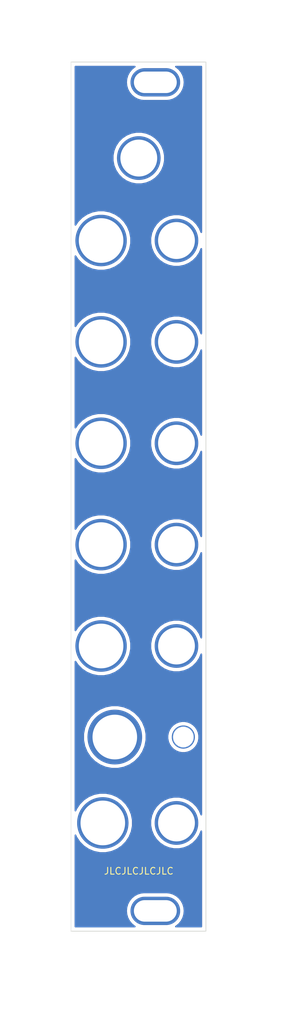
<source format=kicad_pcb>
(kicad_pcb (version 20171130) (host pcbnew "(5.1.5-0)")

  (general
    (thickness 1.6)
    (drawings 19)
    (tracks 0)
    (zones 0)
    (modules 17)
    (nets 1)
  )

  (page A4)
  (layers
    (0 F.Cu signal)
    (31 B.Cu signal)
    (32 B.Adhes user)
    (33 F.Adhes user)
    (34 B.Paste user)
    (35 F.Paste user)
    (36 B.SilkS user)
    (37 F.SilkS user)
    (38 B.Mask user)
    (39 F.Mask user)
    (40 Dwgs.User user)
    (41 Cmts.User user)
    (42 Eco1.User user)
    (43 Eco2.User user)
    (44 Edge.Cuts user)
    (45 Margin user)
    (46 B.CrtYd user)
    (47 F.CrtYd user)
    (48 B.Fab user)
    (49 F.Fab user)
  )

  (setup
    (last_trace_width 0.25)
    (user_trace_width 0.25)
    (user_trace_width 0.5)
    (user_trace_width 1)
    (trace_clearance 0.2)
    (zone_clearance 0.508)
    (zone_45_only no)
    (trace_min 0.2)
    (via_size 0.8)
    (via_drill 0.4)
    (via_min_size 0.4)
    (via_min_drill 0.3)
    (uvia_size 0.3)
    (uvia_drill 0.1)
    (uvias_allowed no)
    (uvia_min_size 0.2)
    (uvia_min_drill 0.1)
    (edge_width 0.05)
    (segment_width 0.2)
    (pcb_text_width 0.3)
    (pcb_text_size 1.5 1.5)
    (mod_edge_width 0.12)
    (mod_text_size 1 1)
    (mod_text_width 0.15)
    (pad_size 1.524 1.524)
    (pad_drill 0.762)
    (pad_to_mask_clearance 0.051)
    (solder_mask_min_width 0.25)
    (aux_axis_origin 0 0)
    (visible_elements FFFFFF7F)
    (pcbplotparams
      (layerselection 0x010f0_ffffffff)
      (usegerberextensions false)
      (usegerberattributes false)
      (usegerberadvancedattributes false)
      (creategerberjobfile false)
      (excludeedgelayer true)
      (linewidth 0.100000)
      (plotframeref false)
      (viasonmask false)
      (mode 1)
      (useauxorigin false)
      (hpglpennumber 1)
      (hpglpenspeed 20)
      (hpglpendiameter 15.000000)
      (psnegative false)
      (psa4output false)
      (plotreference true)
      (plotvalue false)
      (plotinvisibletext false)
      (padsonsilk true)
      (subtractmaskfromsilk false)
      (outputformat 1)
      (mirror false)
      (drillshape 0)
      (scaleselection 1)
      (outputdirectory "./gerber_panel"))
  )

  (net 0 "")

  (net_class Default "これはデフォルトのネット クラスです。"
    (clearance 0.2)
    (trace_width 0.25)
    (via_dia 0.8)
    (via_drill 0.4)
    (uvia_dia 0.3)
    (uvia_drill 0.1)
  )

  (module 4ms_Faceplate:Faceplate_Hole_SubMini_Toggle_HoleSize5.5mm (layer F.Cu) (tedit 5DAE1CA7) (tstamp 600F0B7E)
    (at 130.048 44.45)
    (fp_text reference REF** (at 0.12 5.23) (layer F.Fab) hide
      (effects (font (size 1 1) (thickness 0.15)))
    )
    (fp_text value Faceplate_Hole_SubMini_Toggle_HoleSize5.5mm (at 0.32 3.74) (layer F.Fab) hide
      (effects (font (size 1 1) (thickness 0.15)))
    )
    (fp_line (start -0.508 0) (end 0.508 0) (layer F.Fab) (width 0.15))
    (fp_line (start 0 -0.508) (end 0 0.508) (layer F.Fab) (width 0.15))
    (pad 1 thru_hole circle (at 0 0) (size 6.469 6.469) (drill 5.453) (layers *.Cu *.Mask))
  )

  (module 4ms_Faceplate:Faceplate_Hole_Jack_3.5mm locked (layer F.Cu) (tedit 5A7E50AF) (tstamp 600F0A56)
    (at 124.46 56.642)
    (fp_text reference REF** (at 0.41 4.84) (layer F.Fab) hide
      (effects (font (size 1 1) (thickness 0.15)))
    )
    (fp_text value GND (at 0.27 6.16) (layer F.Fab) hide
      (effects (font (size 1 1) (thickness 0.15)))
    )
    (fp_line (start 0 -0.508) (end 0 0.508) (layer F.Fab) (width 0.15))
    (fp_line (start -0.508 0) (end 0.508 0) (layer F.Fab) (width 0.15))
    (pad 1 thru_hole circle (at 0 0) (size 7.62 7.62) (drill 6.604) (layers *.Cu *.Mask))
  )

  (module 4ms_Faceplate:Faceplate_Hole_Jack_3.5mm locked (layer F.Cu) (tedit 5A7E50AF) (tstamp 600F0A37)
    (at 124.46 71.628)
    (fp_text reference REF** (at 0.41 4.84) (layer F.Fab) hide
      (effects (font (size 1 1) (thickness 0.15)))
    )
    (fp_text value GND (at 0.27 6.16) (layer F.Fab) hide
      (effects (font (size 1 1) (thickness 0.15)))
    )
    (fp_line (start 0 -0.508) (end 0 0.508) (layer F.Fab) (width 0.15))
    (fp_line (start -0.508 0) (end 0.508 0) (layer F.Fab) (width 0.15))
    (pad 1 thru_hole circle (at 0 0) (size 7.62 7.62) (drill 6.604) (layers *.Cu *.Mask))
  )

  (module 4ms_Faceplate:Faceplate_Hole_Jack_3.5mm locked (layer F.Cu) (tedit 5A7E50AF) (tstamp 600F0A18)
    (at 124.46 86.614)
    (fp_text reference REF** (at 0.41 4.84) (layer F.Fab) hide
      (effects (font (size 1 1) (thickness 0.15)))
    )
    (fp_text value GND (at 0.27 6.16) (layer F.Fab) hide
      (effects (font (size 1 1) (thickness 0.15)))
    )
    (fp_line (start 0 -0.508) (end 0 0.508) (layer F.Fab) (width 0.15))
    (fp_line (start -0.508 0) (end 0.508 0) (layer F.Fab) (width 0.15))
    (pad 1 thru_hole circle (at 0 0) (size 7.62 7.62) (drill 6.604) (layers *.Cu *.Mask))
  )

  (module 4ms_Faceplate:Faceplate_Hole_Jack_3.5mm locked (layer F.Cu) (tedit 5A7E50AF) (tstamp 600F09F9)
    (at 124.46 101.6)
    (fp_text reference REF** (at 0.41 4.84) (layer F.Fab) hide
      (effects (font (size 1 1) (thickness 0.15)))
    )
    (fp_text value GND (at 0.27 6.16) (layer F.Fab) hide
      (effects (font (size 1 1) (thickness 0.15)))
    )
    (fp_line (start 0 -0.508) (end 0 0.508) (layer F.Fab) (width 0.15))
    (fp_line (start -0.508 0) (end 0.508 0) (layer F.Fab) (width 0.15))
    (pad 1 thru_hole circle (at 0 0) (size 7.62 7.62) (drill 6.604) (layers *.Cu *.Mask))
  )

  (module 4ms_Faceplate:Faceplate_Hole_Jack_3.5mm locked (layer F.Cu) (tedit 5A7E50AF) (tstamp 600F09DA)
    (at 124.714 142.748)
    (fp_text reference REF** (at 0.41 4.84) (layer F.Fab) hide
      (effects (font (size 1 1) (thickness 0.15)))
    )
    (fp_text value GND (at 0.27 6.16) (layer F.Fab) hide
      (effects (font (size 1 1) (thickness 0.15)))
    )
    (fp_line (start 0 -0.508) (end 0 0.508) (layer F.Fab) (width 0.15))
    (fp_line (start -0.508 0) (end 0.508 0) (layer F.Fab) (width 0.15))
    (pad 1 thru_hole circle (at 0 0) (size 7.62 7.62) (drill 6.604) (layers *.Cu *.Mask))
  )

  (module 4ms_Faceplate:Faceplate_Hole_Jack_3.5mm_Copper8mm locked (layer F.Cu) (tedit 5DAE1E51) (tstamp 600F09AF)
    (at 126.492 130.048)
    (fp_text reference REF** (at 0.41 4.84) (layer F.Fab) hide
      (effects (font (size 1 1) (thickness 0.15)))
    )
    (fp_text value Faceplate_Hole_Jack_3.5mm_Copper8mm (at 0.27 6.16) (layer F.Fab) hide
      (effects (font (size 1 1) (thickness 0.15)))
    )
    (fp_line (start 0 -0.508) (end 0 0.508) (layer F.Fab) (width 0.15))
    (fp_line (start -0.508 0) (end 0.508 0) (layer F.Fab) (width 0.15))
    (pad 1 thru_hole circle (at 0 0) (size 8.1 8.1) (drill 6.604) (layers *.Cu *.Mask))
  )

  (module 4ms_Faceplate:Faceplate_Hole_Jack_3.5mm locked (layer F.Cu) (tedit 5A7E50AF) (tstamp 600F0984)
    (at 124.46 116.586)
    (fp_text reference REF** (at 0.41 4.84) (layer F.Fab) hide
      (effects (font (size 1 1) (thickness 0.15)))
    )
    (fp_text value GND (at 0.27 6.16) (layer F.Fab) hide
      (effects (font (size 1 1) (thickness 0.15)))
    )
    (fp_line (start 0 -0.508) (end 0 0.508) (layer F.Fab) (width 0.15))
    (fp_line (start -0.508 0) (end 0.508 0) (layer F.Fab) (width 0.15))
    (pad 1 thru_hole circle (at 0 0) (size 7.62 7.62) (drill 6.604) (layers *.Cu *.Mask))
  )

  (module 4ms_Faceplate:Faceplate_Hole_LED_3mm (layer F.Cu) (tedit 5AECAFDA) (tstamp 600F0939)
    (at 136.652 130.048)
    (fp_text reference REF** (at 0 3.937) (layer F.Fab) hide
      (effects (font (size 1 1) (thickness 0.15)))
    )
    (fp_text value Faceplate_Hole_LED_3mm (at 0.09 2.46) (layer F.Fab) hide
      (effects (font (size 1 1) (thickness 0.15)))
    )
    (fp_line (start 0 -0.508) (end 0 0.508) (layer F.Fab) (width 0.15))
    (fp_line (start -0.508 0) (end 0.508 0) (layer F.Fab) (width 0.15))
    (pad 1 thru_hole circle (at 0 0 90) (size 3.429 3.429) (drill 3.048) (layers *.Cu *.Mask))
  )

  (module 4ms_Faceplate:Faceplate_Hole_SubMini_Toggle_HoleSize5.5mm (layer F.Cu) (tedit 5DAE1CA7) (tstamp 600F08B8)
    (at 135.636 142.748)
    (fp_text reference REF** (at 0.12 5.23) (layer F.Fab) hide
      (effects (font (size 1 1) (thickness 0.15)))
    )
    (fp_text value Faceplate_Hole_SubMini_Toggle_HoleSize5.5mm (at 0.32 3.74) (layer F.Fab) hide
      (effects (font (size 1 1) (thickness 0.15)))
    )
    (fp_line (start -0.508 0) (end 0.508 0) (layer F.Fab) (width 0.15))
    (fp_line (start 0 -0.508) (end 0 0.508) (layer F.Fab) (width 0.15))
    (pad 1 thru_hole circle (at 0 0) (size 6.469 6.469) (drill 5.453) (layers *.Cu *.Mask))
  )

  (module 4ms_Faceplate:Faceplate_Hole_SubMini_Toggle_HoleSize5.5mm (layer F.Cu) (tedit 5DAE1CA7) (tstamp 600F0899)
    (at 135.636 116.586)
    (fp_text reference REF** (at 0.12 5.23) (layer F.Fab) hide
      (effects (font (size 1 1) (thickness 0.15)))
    )
    (fp_text value Faceplate_Hole_SubMini_Toggle_HoleSize5.5mm (at 0.32 3.74) (layer F.Fab) hide
      (effects (font (size 1 1) (thickness 0.15)))
    )
    (fp_line (start -0.508 0) (end 0.508 0) (layer F.Fab) (width 0.15))
    (fp_line (start 0 -0.508) (end 0 0.508) (layer F.Fab) (width 0.15))
    (pad 1 thru_hole circle (at 0 0) (size 6.469 6.469) (drill 5.453) (layers *.Cu *.Mask))
  )

  (module 4ms_Faceplate:Faceplate_Hole_SubMini_Toggle_HoleSize5.5mm (layer F.Cu) (tedit 5DAE1CA7) (tstamp 600F087A)
    (at 135.636 101.6)
    (fp_text reference REF** (at 0.12 5.23) (layer F.Fab) hide
      (effects (font (size 1 1) (thickness 0.15)))
    )
    (fp_text value Faceplate_Hole_SubMini_Toggle_HoleSize5.5mm (at 0.32 3.74) (layer F.Fab) hide
      (effects (font (size 1 1) (thickness 0.15)))
    )
    (fp_line (start -0.508 0) (end 0.508 0) (layer F.Fab) (width 0.15))
    (fp_line (start 0 -0.508) (end 0 0.508) (layer F.Fab) (width 0.15))
    (pad 1 thru_hole circle (at 0 0) (size 6.469 6.469) (drill 5.453) (layers *.Cu *.Mask))
  )

  (module 4ms_Faceplate:Faceplate_Hole_SubMini_Toggle_HoleSize5.5mm (layer F.Cu) (tedit 5DAE1CA7) (tstamp 600F085B)
    (at 135.636 86.614)
    (fp_text reference REF** (at 0.12 5.23) (layer F.Fab) hide
      (effects (font (size 1 1) (thickness 0.15)))
    )
    (fp_text value Faceplate_Hole_SubMini_Toggle_HoleSize5.5mm (at 0.32 3.74) (layer F.Fab) hide
      (effects (font (size 1 1) (thickness 0.15)))
    )
    (fp_line (start -0.508 0) (end 0.508 0) (layer F.Fab) (width 0.15))
    (fp_line (start 0 -0.508) (end 0 0.508) (layer F.Fab) (width 0.15))
    (pad 1 thru_hole circle (at 0 0) (size 6.469 6.469) (drill 5.453) (layers *.Cu *.Mask))
  )

  (module 4ms_Faceplate:Faceplate_Hole_SubMini_Toggle_HoleSize5.5mm (layer F.Cu) (tedit 5DAE1CA7) (tstamp 600F083C)
    (at 135.636 71.628)
    (fp_text reference REF** (at 0.12 5.23) (layer F.Fab) hide
      (effects (font (size 1 1) (thickness 0.15)))
    )
    (fp_text value Faceplate_Hole_SubMini_Toggle_HoleSize5.5mm (at 0.32 3.74) (layer F.Fab) hide
      (effects (font (size 1 1) (thickness 0.15)))
    )
    (fp_line (start -0.508 0) (end 0.508 0) (layer F.Fab) (width 0.15))
    (fp_line (start 0 -0.508) (end 0 0.508) (layer F.Fab) (width 0.15))
    (pad 1 thru_hole circle (at 0 0) (size 6.469 6.469) (drill 5.453) (layers *.Cu *.Mask))
  )

  (module 4ms_Faceplate:Faceplate_Hole_SubMini_Toggle_HoleSize5.5mm (layer F.Cu) (tedit 5DAE1CA7) (tstamp 600F081D)
    (at 135.636 56.642)
    (fp_text reference REF** (at 0.12 5.23) (layer F.Fab) hide
      (effects (font (size 1 1) (thickness 0.15)))
    )
    (fp_text value Faceplate_Hole_SubMini_Toggle_HoleSize5.5mm (at 0.32 3.74) (layer F.Fab) hide
      (effects (font (size 1 1) (thickness 0.15)))
    )
    (fp_line (start -0.508 0) (end 0.508 0) (layer F.Fab) (width 0.15))
    (fp_line (start 0 -0.508) (end 0 0.508) (layer F.Fab) (width 0.15))
    (pad 1 thru_hole circle (at 0 0) (size 6.469 6.469) (drill 5.453) (layers *.Cu *.Mask))
  )

  (module 4ms_Faceplate:Faceplate_Rail_Mount_Slot_Plated (layer F.Cu) (tedit 5E9DFB36) (tstamp 600F0690)
    (at 132.5 155.75)
    (fp_text reference REF** (at 0 3.937) (layer F.Fab) hide
      (effects (font (size 1 1) (thickness 0.15)))
    )
    (fp_text value Faceplate_Rail_Mount_Slot_Plated (at 0.09 2.46) (layer F.Fab) hide
      (effects (font (size 1 1) (thickness 0.15)))
    )
    (fp_line (start -0.508 0) (end 0.508 0) (layer F.Fab) (width 0.15))
    (fp_line (start 0 -0.508) (end 0 0.508) (layer F.Fab) (width 0.15))
    (pad 1 thru_hole oval (at 0 0) (size 7.366 4.191) (drill oval 6.35 3.175) (layers *.Cu *.Mask))
  )

  (module 4ms_Faceplate:Faceplate_Rail_Mount_Slot_Plated (layer F.Cu) (tedit 5E9DFB36) (tstamp 600F0671)
    (at 132.5 33.25)
    (fp_text reference REF** (at 0 3.937) (layer F.Fab) hide
      (effects (font (size 1 1) (thickness 0.15)))
    )
    (fp_text value Faceplate_Rail_Mount_Slot_Plated (at 0.09 2.46) (layer F.Fab) hide
      (effects (font (size 1 1) (thickness 0.15)))
    )
    (fp_line (start -0.508 0) (end 0.508 0) (layer F.Fab) (width 0.15))
    (fp_line (start 0 -0.508) (end 0 0.508) (layer F.Fab) (width 0.15))
    (pad 1 thru_hole oval (at 0 0) (size 7.366 4.191) (drill oval 6.35 3.175) (layers *.Cu *.Mask))
  )

  (gr_text JLCJLCJLCJLC (at 130.048 149.86) (layer F.SilkS)
    (effects (font (size 1 1) (thickness 0.15)))
  )
  (gr_line (start 120 30.25) (end 120 158.75) (layer Edge.Cuts) (width 0.05))
  (gr_line (start 140 30.25) (end 140 158.75) (layer Edge.Cuts) (width 0.1))
  (gr_circle (center 124.714 142.748) (end 122.936 144.272) (layer Dwgs.User) (width 0.15))
  (gr_circle (center 135.636 142.748) (end 133.858 144.272) (layer Dwgs.User) (width 0.15))
  (gr_circle (center 126.492 130.048) (end 125.222 131.826) (layer Dwgs.User) (width 0.15))
  (gr_circle (center 136.652 130.048) (end 135.382 131.572) (layer Dwgs.User) (width 0.15))
  (gr_circle (center 135.636 116.586) (end 133.858 118.11) (layer Dwgs.User) (width 0.15))
  (gr_circle (center 124.46 116.586) (end 122.682 118.11) (layer Dwgs.User) (width 0.15))
  (gr_circle (center 124.46 101.6) (end 122.682 103.124) (layer Dwgs.User) (width 0.15))
  (gr_circle (center 135.636 101.854) (end 133.35 102.616) (layer Dwgs.User) (width 0.15))
  (gr_circle (center 124.46 86.614) (end 122.682 88.138) (layer Dwgs.User) (width 0.15))
  (gr_circle (center 135.636 86.614) (end 133.604 87.884) (layer Dwgs.User) (width 0.15))
  (gr_circle (center 124.46 71.628) (end 122.682 73.152) (layer Dwgs.User) (width 0.15))
  (gr_circle (center 135.636 71.628) (end 133.604 72.898) (layer Dwgs.User) (width 0.15))
  (gr_circle (center 124.46 56.642) (end 122.682 58.166) (layer Dwgs.User) (width 0.15))
  (gr_circle (center 135.636 56.642) (end 133.858 58.166) (layer Dwgs.User) (width 0.15))
  (gr_line (start 120 30.25) (end 140 30.25) (layer Edge.Cuts) (width 0.1))
  (gr_line (start 140 158.75) (end 120 158.75) (layer Edge.Cuts) (width 0.1))

  (zone (net 0) (net_name "") (layer F.Cu) (tstamp 600F0C6F) (hatch edge 0.508)
    (connect_pads (clearance 0.508))
    (min_thickness 0.254)
    (fill yes (arc_segments 32) (thermal_gap 0.508) (thermal_bridge_width 0.508))
    (polygon
      (pts
        (xy 151.13 172.466) (xy 109.728 172.466) (xy 109.474 21.082) (xy 150.622 22.352)
      )
    )
    (filled_polygon
      (pts
        (xy 129.388176 30.968688) (xy 128.972403 31.309903) (xy 128.631188 31.725676) (xy 128.377642 32.200027) (xy 128.221509 32.714729)
        (xy 128.168789 33.25) (xy 128.221509 33.785271) (xy 128.377642 34.299973) (xy 128.631188 34.774324) (xy 128.972403 35.190097)
        (xy 129.388176 35.531312) (xy 129.862527 35.784858) (xy 130.377229 35.940991) (xy 130.778368 35.9805) (xy 134.221632 35.9805)
        (xy 134.622771 35.940991) (xy 135.137473 35.784858) (xy 135.611824 35.531312) (xy 136.027597 35.190097) (xy 136.368812 34.774324)
        (xy 136.622358 34.299973) (xy 136.778491 33.785271) (xy 136.831211 33.25) (xy 136.778491 32.714729) (xy 136.622358 32.200027)
        (xy 136.368812 31.725676) (xy 136.027597 31.309903) (xy 135.611824 30.968688) (xy 135.548798 30.935) (xy 139.315 30.935)
        (xy 139.315 55.412401) (xy 139.065107 54.809104) (xy 138.641637 54.175337) (xy 138.102663 53.636363) (xy 137.468896 53.212893)
        (xy 136.764692 52.921203) (xy 136.017112 52.7725) (xy 135.254888 52.7725) (xy 134.507308 52.921203) (xy 133.803104 53.212893)
        (xy 133.169337 53.636363) (xy 132.630363 54.175337) (xy 132.206893 54.809104) (xy 131.915203 55.513308) (xy 131.7665 56.260888)
        (xy 131.7665 57.023112) (xy 131.915203 57.770692) (xy 132.206893 58.474896) (xy 132.630363 59.108663) (xy 133.169337 59.647637)
        (xy 133.803104 60.071107) (xy 134.507308 60.362797) (xy 135.254888 60.5115) (xy 136.017112 60.5115) (xy 136.764692 60.362797)
        (xy 137.468896 60.071107) (xy 138.102663 59.647637) (xy 138.641637 59.108663) (xy 139.065107 58.474896) (xy 139.315 57.871599)
        (xy 139.315 70.398402) (xy 139.065107 69.795104) (xy 138.641637 69.161337) (xy 138.102663 68.622363) (xy 137.468896 68.198893)
        (xy 136.764692 67.907203) (xy 136.017112 67.7585) (xy 135.254888 67.7585) (xy 134.507308 67.907203) (xy 133.803104 68.198893)
        (xy 133.169337 68.622363) (xy 132.630363 69.161337) (xy 132.206893 69.795104) (xy 131.915203 70.499308) (xy 131.7665 71.246888)
        (xy 131.7665 72.009112) (xy 131.915203 72.756692) (xy 132.206893 73.460896) (xy 132.630363 74.094663) (xy 133.169337 74.633637)
        (xy 133.803104 75.057107) (xy 134.507308 75.348797) (xy 135.254888 75.4975) (xy 136.017112 75.4975) (xy 136.764692 75.348797)
        (xy 137.468896 75.057107) (xy 138.102663 74.633637) (xy 138.641637 74.094663) (xy 139.065107 73.460896) (xy 139.315 72.857598)
        (xy 139.315 85.384402) (xy 139.065107 84.781104) (xy 138.641637 84.147337) (xy 138.102663 83.608363) (xy 137.468896 83.184893)
        (xy 136.764692 82.893203) (xy 136.017112 82.7445) (xy 135.254888 82.7445) (xy 134.507308 82.893203) (xy 133.803104 83.184893)
        (xy 133.169337 83.608363) (xy 132.630363 84.147337) (xy 132.206893 84.781104) (xy 131.915203 85.485308) (xy 131.7665 86.232888)
        (xy 131.7665 86.995112) (xy 131.915203 87.742692) (xy 132.206893 88.446896) (xy 132.630363 89.080663) (xy 133.169337 89.619637)
        (xy 133.803104 90.043107) (xy 134.507308 90.334797) (xy 135.254888 90.4835) (xy 136.017112 90.4835) (xy 136.764692 90.334797)
        (xy 137.468896 90.043107) (xy 138.102663 89.619637) (xy 138.641637 89.080663) (xy 139.065107 88.446896) (xy 139.315 87.843598)
        (xy 139.315001 100.370402) (xy 139.065107 99.767104) (xy 138.641637 99.133337) (xy 138.102663 98.594363) (xy 137.468896 98.170893)
        (xy 136.764692 97.879203) (xy 136.017112 97.7305) (xy 135.254888 97.7305) (xy 134.507308 97.879203) (xy 133.803104 98.170893)
        (xy 133.169337 98.594363) (xy 132.630363 99.133337) (xy 132.206893 99.767104) (xy 131.915203 100.471308) (xy 131.7665 101.218888)
        (xy 131.7665 101.981112) (xy 131.915203 102.728692) (xy 132.206893 103.432896) (xy 132.630363 104.066663) (xy 133.169337 104.605637)
        (xy 133.803104 105.029107) (xy 134.507308 105.320797) (xy 135.254888 105.4695) (xy 136.017112 105.4695) (xy 136.764692 105.320797)
        (xy 137.468896 105.029107) (xy 138.102663 104.605637) (xy 138.641637 104.066663) (xy 139.065107 103.432896) (xy 139.315001 102.829598)
        (xy 139.315001 115.356402) (xy 139.065107 114.753104) (xy 138.641637 114.119337) (xy 138.102663 113.580363) (xy 137.468896 113.156893)
        (xy 136.764692 112.865203) (xy 136.017112 112.7165) (xy 135.254888 112.7165) (xy 134.507308 112.865203) (xy 133.803104 113.156893)
        (xy 133.169337 113.580363) (xy 132.630363 114.119337) (xy 132.206893 114.753104) (xy 131.915203 115.457308) (xy 131.7665 116.204888)
        (xy 131.7665 116.967112) (xy 131.915203 117.714692) (xy 132.206893 118.418896) (xy 132.630363 119.052663) (xy 133.169337 119.591637)
        (xy 133.803104 120.015107) (xy 134.507308 120.306797) (xy 135.254888 120.4555) (xy 136.017112 120.4555) (xy 136.764692 120.306797)
        (xy 137.468896 120.015107) (xy 138.102663 119.591637) (xy 138.641637 119.052663) (xy 139.065107 118.418896) (xy 139.315001 117.815598)
        (xy 139.315001 141.518403) (xy 139.065107 140.915104) (xy 138.641637 140.281337) (xy 138.102663 139.742363) (xy 137.468896 139.318893)
        (xy 136.764692 139.027203) (xy 136.017112 138.8785) (xy 135.254888 138.8785) (xy 134.507308 139.027203) (xy 133.803104 139.318893)
        (xy 133.169337 139.742363) (xy 132.630363 140.281337) (xy 132.206893 140.915104) (xy 131.915203 141.619308) (xy 131.7665 142.366888)
        (xy 131.7665 143.129112) (xy 131.915203 143.876692) (xy 132.206893 144.580896) (xy 132.630363 145.214663) (xy 133.169337 145.753637)
        (xy 133.803104 146.177107) (xy 134.507308 146.468797) (xy 135.254888 146.6175) (xy 136.017112 146.6175) (xy 136.764692 146.468797)
        (xy 137.468896 146.177107) (xy 138.102663 145.753637) (xy 138.641637 145.214663) (xy 139.065107 144.580896) (xy 139.315001 143.977597)
        (xy 139.315001 158.065) (xy 135.548798 158.065) (xy 135.611824 158.031312) (xy 136.027597 157.690097) (xy 136.368812 157.274324)
        (xy 136.622358 156.799973) (xy 136.778491 156.285271) (xy 136.831211 155.75) (xy 136.778491 155.214729) (xy 136.622358 154.700027)
        (xy 136.368812 154.225676) (xy 136.027597 153.809903) (xy 135.611824 153.468688) (xy 135.137473 153.215142) (xy 134.622771 153.059009)
        (xy 134.221632 153.0195) (xy 130.778368 153.0195) (xy 130.377229 153.059009) (xy 129.862527 153.215142) (xy 129.388176 153.468688)
        (xy 128.972403 153.809903) (xy 128.631188 154.225676) (xy 128.377642 154.700027) (xy 128.221509 155.214729) (xy 128.168789 155.75)
        (xy 128.221509 156.285271) (xy 128.377642 156.799973) (xy 128.631188 157.274324) (xy 128.972403 157.690097) (xy 129.388176 158.031312)
        (xy 129.451202 158.065) (xy 120.66 158.065) (xy 120.66 144.576123) (xy 120.774892 144.853497) (xy 121.261343 145.581522)
        (xy 121.880478 146.200657) (xy 122.608503 146.687108) (xy 123.417441 147.022181) (xy 124.276206 147.193) (xy 125.151794 147.193)
        (xy 126.010559 147.022181) (xy 126.819497 146.687108) (xy 127.547522 146.200657) (xy 128.166657 145.581522) (xy 128.653108 144.853497)
        (xy 128.988181 144.044559) (xy 129.159 143.185794) (xy 129.159 142.310206) (xy 128.988181 141.451441) (xy 128.653108 140.642503)
        (xy 128.166657 139.914478) (xy 127.547522 139.295343) (xy 126.819497 138.808892) (xy 126.010559 138.473819) (xy 125.151794 138.303)
        (xy 124.276206 138.303) (xy 123.417441 138.473819) (xy 122.608503 138.808892) (xy 121.880478 139.295343) (xy 121.261343 139.914478)
        (xy 120.774892 140.642503) (xy 120.66 140.919877) (xy 120.66 129.586568) (xy 121.807 129.586568) (xy 121.807 130.509432)
        (xy 121.987042 131.414564) (xy 122.340207 132.26718) (xy 122.852923 133.034514) (xy 123.505486 133.687077) (xy 124.27282 134.199793)
        (xy 125.125436 134.552958) (xy 126.030568 134.733) (xy 126.953432 134.733) (xy 127.858564 134.552958) (xy 128.71118 134.199793)
        (xy 129.478514 133.687077) (xy 130.131077 133.034514) (xy 130.643793 132.26718) (xy 130.996958 131.414564) (xy 131.177 130.509432)
        (xy 131.177 129.816594) (xy 134.3025 129.816594) (xy 134.3025 130.279406) (xy 134.39279 130.733324) (xy 134.5699 131.160905)
        (xy 134.827024 131.545719) (xy 135.154281 131.872976) (xy 135.539095 132.1301) (xy 135.966676 132.30721) (xy 136.420594 132.3975)
        (xy 136.883406 132.3975) (xy 137.337324 132.30721) (xy 137.764905 132.1301) (xy 138.149719 131.872976) (xy 138.476976 131.545719)
        (xy 138.7341 131.160905) (xy 138.91121 130.733324) (xy 139.0015 130.279406) (xy 139.0015 129.816594) (xy 138.91121 129.362676)
        (xy 138.7341 128.935095) (xy 138.476976 128.550281) (xy 138.149719 128.223024) (xy 137.764905 127.9659) (xy 137.337324 127.78879)
        (xy 136.883406 127.6985) (xy 136.420594 127.6985) (xy 135.966676 127.78879) (xy 135.539095 127.9659) (xy 135.154281 128.223024)
        (xy 134.827024 128.550281) (xy 134.5699 128.935095) (xy 134.39279 129.362676) (xy 134.3025 129.816594) (xy 131.177 129.816594)
        (xy 131.177 129.586568) (xy 130.996958 128.681436) (xy 130.643793 127.82882) (xy 130.131077 127.061486) (xy 129.478514 126.408923)
        (xy 128.71118 125.896207) (xy 127.858564 125.543042) (xy 126.953432 125.363) (xy 126.030568 125.363) (xy 125.125436 125.543042)
        (xy 124.27282 125.896207) (xy 123.505486 126.408923) (xy 122.852923 127.061486) (xy 122.340207 127.82882) (xy 121.987042 128.681436)
        (xy 121.807 129.586568) (xy 120.66 129.586568) (xy 120.66 118.899687) (xy 121.007343 119.419522) (xy 121.626478 120.038657)
        (xy 122.354503 120.525108) (xy 123.163441 120.860181) (xy 124.022206 121.031) (xy 124.897794 121.031) (xy 125.756559 120.860181)
        (xy 126.565497 120.525108) (xy 127.293522 120.038657) (xy 127.912657 119.419522) (xy 128.399108 118.691497) (xy 128.734181 117.882559)
        (xy 128.905 117.023794) (xy 128.905 116.148206) (xy 128.734181 115.289441) (xy 128.399108 114.480503) (xy 127.912657 113.752478)
        (xy 127.293522 113.133343) (xy 126.565497 112.646892) (xy 125.756559 112.311819) (xy 124.897794 112.141) (xy 124.022206 112.141)
        (xy 123.163441 112.311819) (xy 122.354503 112.646892) (xy 121.626478 113.133343) (xy 121.007343 113.752478) (xy 120.66 114.272313)
        (xy 120.66 103.913687) (xy 121.007343 104.433522) (xy 121.626478 105.052657) (xy 122.354503 105.539108) (xy 123.163441 105.874181)
        (xy 124.022206 106.045) (xy 124.897794 106.045) (xy 125.756559 105.874181) (xy 126.565497 105.539108) (xy 127.293522 105.052657)
        (xy 127.912657 104.433522) (xy 128.399108 103.705497) (xy 128.734181 102.896559) (xy 128.905 102.037794) (xy 128.905 101.162206)
        (xy 128.734181 100.303441) (xy 128.399108 99.494503) (xy 127.912657 98.766478) (xy 127.293522 98.147343) (xy 126.565497 97.660892)
        (xy 125.756559 97.325819) (xy 124.897794 97.155) (xy 124.022206 97.155) (xy 123.163441 97.325819) (xy 122.354503 97.660892)
        (xy 121.626478 98.147343) (xy 121.007343 98.766478) (xy 120.66 99.286313) (xy 120.66 88.927687) (xy 121.007343 89.447522)
        (xy 121.626478 90.066657) (xy 122.354503 90.553108) (xy 123.163441 90.888181) (xy 124.022206 91.059) (xy 124.897794 91.059)
        (xy 125.756559 90.888181) (xy 126.565497 90.553108) (xy 127.293522 90.066657) (xy 127.912657 89.447522) (xy 128.399108 88.719497)
        (xy 128.734181 87.910559) (xy 128.905 87.051794) (xy 128.905 86.176206) (xy 128.734181 85.317441) (xy 128.399108 84.508503)
        (xy 127.912657 83.780478) (xy 127.293522 83.161343) (xy 126.565497 82.674892) (xy 125.756559 82.339819) (xy 124.897794 82.169)
        (xy 124.022206 82.169) (xy 123.163441 82.339819) (xy 122.354503 82.674892) (xy 121.626478 83.161343) (xy 121.007343 83.780478)
        (xy 120.66 84.300313) (xy 120.66 73.941687) (xy 121.007343 74.461522) (xy 121.626478 75.080657) (xy 122.354503 75.567108)
        (xy 123.163441 75.902181) (xy 124.022206 76.073) (xy 124.897794 76.073) (xy 125.756559 75.902181) (xy 126.565497 75.567108)
        (xy 127.293522 75.080657) (xy 127.912657 74.461522) (xy 128.399108 73.733497) (xy 128.734181 72.924559) (xy 128.905 72.065794)
        (xy 128.905 71.190206) (xy 128.734181 70.331441) (xy 128.399108 69.522503) (xy 127.912657 68.794478) (xy 127.293522 68.175343)
        (xy 126.565497 67.688892) (xy 125.756559 67.353819) (xy 124.897794 67.183) (xy 124.022206 67.183) (xy 123.163441 67.353819)
        (xy 122.354503 67.688892) (xy 121.626478 68.175343) (xy 121.007343 68.794478) (xy 120.66 69.314313) (xy 120.66 58.955687)
        (xy 121.007343 59.475522) (xy 121.626478 60.094657) (xy 122.354503 60.581108) (xy 123.163441 60.916181) (xy 124.022206 61.087)
        (xy 124.897794 61.087) (xy 125.756559 60.916181) (xy 126.565497 60.581108) (xy 127.293522 60.094657) (xy 127.912657 59.475522)
        (xy 128.399108 58.747497) (xy 128.734181 57.938559) (xy 128.905 57.079794) (xy 128.905 56.204206) (xy 128.734181 55.345441)
        (xy 128.399108 54.536503) (xy 127.912657 53.808478) (xy 127.293522 53.189343) (xy 126.565497 52.702892) (xy 125.756559 52.367819)
        (xy 124.897794 52.197) (xy 124.022206 52.197) (xy 123.163441 52.367819) (xy 122.354503 52.702892) (xy 121.626478 53.189343)
        (xy 121.007343 53.808478) (xy 120.66 54.328313) (xy 120.66 44.068888) (xy 126.1785 44.068888) (xy 126.1785 44.831112)
        (xy 126.327203 45.578692) (xy 126.618893 46.282896) (xy 127.042363 46.916663) (xy 127.581337 47.455637) (xy 128.215104 47.879107)
        (xy 128.919308 48.170797) (xy 129.666888 48.3195) (xy 130.429112 48.3195) (xy 131.176692 48.170797) (xy 131.880896 47.879107)
        (xy 132.514663 47.455637) (xy 133.053637 46.916663) (xy 133.477107 46.282896) (xy 133.768797 45.578692) (xy 133.9175 44.831112)
        (xy 133.9175 44.068888) (xy 133.768797 43.321308) (xy 133.477107 42.617104) (xy 133.053637 41.983337) (xy 132.514663 41.444363)
        (xy 131.880896 41.020893) (xy 131.176692 40.729203) (xy 130.429112 40.5805) (xy 129.666888 40.5805) (xy 128.919308 40.729203)
        (xy 128.215104 41.020893) (xy 127.581337 41.444363) (xy 127.042363 41.983337) (xy 126.618893 42.617104) (xy 126.327203 43.321308)
        (xy 126.1785 44.068888) (xy 120.66 44.068888) (xy 120.66 30.935) (xy 129.451202 30.935)
      )
    )
  )
  (zone (net 0) (net_name "") (layer B.Cu) (tstamp 600F0C6C) (hatch edge 0.508)
    (connect_pads (clearance 0.508))
    (min_thickness 0.254)
    (fill yes (arc_segments 32) (thermal_gap 0.508) (thermal_bridge_width 0.508))
    (polygon
      (pts
        (xy 147.32 168.91) (xy 115.062 168.91) (xy 114.808 23.114) (xy 147.32 24.384)
      )
    )
    (filled_polygon
      (pts
        (xy 129.388176 30.968688) (xy 128.972403 31.309903) (xy 128.631188 31.725676) (xy 128.377642 32.200027) (xy 128.221509 32.714729)
        (xy 128.168789 33.25) (xy 128.221509 33.785271) (xy 128.377642 34.299973) (xy 128.631188 34.774324) (xy 128.972403 35.190097)
        (xy 129.388176 35.531312) (xy 129.862527 35.784858) (xy 130.377229 35.940991) (xy 130.778368 35.9805) (xy 134.221632 35.9805)
        (xy 134.622771 35.940991) (xy 135.137473 35.784858) (xy 135.611824 35.531312) (xy 136.027597 35.190097) (xy 136.368812 34.774324)
        (xy 136.622358 34.299973) (xy 136.778491 33.785271) (xy 136.831211 33.25) (xy 136.778491 32.714729) (xy 136.622358 32.200027)
        (xy 136.368812 31.725676) (xy 136.027597 31.309903) (xy 135.611824 30.968688) (xy 135.548798 30.935) (xy 139.315 30.935)
        (xy 139.315 55.412401) (xy 139.065107 54.809104) (xy 138.641637 54.175337) (xy 138.102663 53.636363) (xy 137.468896 53.212893)
        (xy 136.764692 52.921203) (xy 136.017112 52.7725) (xy 135.254888 52.7725) (xy 134.507308 52.921203) (xy 133.803104 53.212893)
        (xy 133.169337 53.636363) (xy 132.630363 54.175337) (xy 132.206893 54.809104) (xy 131.915203 55.513308) (xy 131.7665 56.260888)
        (xy 131.7665 57.023112) (xy 131.915203 57.770692) (xy 132.206893 58.474896) (xy 132.630363 59.108663) (xy 133.169337 59.647637)
        (xy 133.803104 60.071107) (xy 134.507308 60.362797) (xy 135.254888 60.5115) (xy 136.017112 60.5115) (xy 136.764692 60.362797)
        (xy 137.468896 60.071107) (xy 138.102663 59.647637) (xy 138.641637 59.108663) (xy 139.065107 58.474896) (xy 139.315 57.871599)
        (xy 139.315 70.398402) (xy 139.065107 69.795104) (xy 138.641637 69.161337) (xy 138.102663 68.622363) (xy 137.468896 68.198893)
        (xy 136.764692 67.907203) (xy 136.017112 67.7585) (xy 135.254888 67.7585) (xy 134.507308 67.907203) (xy 133.803104 68.198893)
        (xy 133.169337 68.622363) (xy 132.630363 69.161337) (xy 132.206893 69.795104) (xy 131.915203 70.499308) (xy 131.7665 71.246888)
        (xy 131.7665 72.009112) (xy 131.915203 72.756692) (xy 132.206893 73.460896) (xy 132.630363 74.094663) (xy 133.169337 74.633637)
        (xy 133.803104 75.057107) (xy 134.507308 75.348797) (xy 135.254888 75.4975) (xy 136.017112 75.4975) (xy 136.764692 75.348797)
        (xy 137.468896 75.057107) (xy 138.102663 74.633637) (xy 138.641637 74.094663) (xy 139.065107 73.460896) (xy 139.315 72.857598)
        (xy 139.315 85.384402) (xy 139.065107 84.781104) (xy 138.641637 84.147337) (xy 138.102663 83.608363) (xy 137.468896 83.184893)
        (xy 136.764692 82.893203) (xy 136.017112 82.7445) (xy 135.254888 82.7445) (xy 134.507308 82.893203) (xy 133.803104 83.184893)
        (xy 133.169337 83.608363) (xy 132.630363 84.147337) (xy 132.206893 84.781104) (xy 131.915203 85.485308) (xy 131.7665 86.232888)
        (xy 131.7665 86.995112) (xy 131.915203 87.742692) (xy 132.206893 88.446896) (xy 132.630363 89.080663) (xy 133.169337 89.619637)
        (xy 133.803104 90.043107) (xy 134.507308 90.334797) (xy 135.254888 90.4835) (xy 136.017112 90.4835) (xy 136.764692 90.334797)
        (xy 137.468896 90.043107) (xy 138.102663 89.619637) (xy 138.641637 89.080663) (xy 139.065107 88.446896) (xy 139.315 87.843598)
        (xy 139.315001 100.370402) (xy 139.065107 99.767104) (xy 138.641637 99.133337) (xy 138.102663 98.594363) (xy 137.468896 98.170893)
        (xy 136.764692 97.879203) (xy 136.017112 97.7305) (xy 135.254888 97.7305) (xy 134.507308 97.879203) (xy 133.803104 98.170893)
        (xy 133.169337 98.594363) (xy 132.630363 99.133337) (xy 132.206893 99.767104) (xy 131.915203 100.471308) (xy 131.7665 101.218888)
        (xy 131.7665 101.981112) (xy 131.915203 102.728692) (xy 132.206893 103.432896) (xy 132.630363 104.066663) (xy 133.169337 104.605637)
        (xy 133.803104 105.029107) (xy 134.507308 105.320797) (xy 135.254888 105.4695) (xy 136.017112 105.4695) (xy 136.764692 105.320797)
        (xy 137.468896 105.029107) (xy 138.102663 104.605637) (xy 138.641637 104.066663) (xy 139.065107 103.432896) (xy 139.315001 102.829598)
        (xy 139.315001 115.356402) (xy 139.065107 114.753104) (xy 138.641637 114.119337) (xy 138.102663 113.580363) (xy 137.468896 113.156893)
        (xy 136.764692 112.865203) (xy 136.017112 112.7165) (xy 135.254888 112.7165) (xy 134.507308 112.865203) (xy 133.803104 113.156893)
        (xy 133.169337 113.580363) (xy 132.630363 114.119337) (xy 132.206893 114.753104) (xy 131.915203 115.457308) (xy 131.7665 116.204888)
        (xy 131.7665 116.967112) (xy 131.915203 117.714692) (xy 132.206893 118.418896) (xy 132.630363 119.052663) (xy 133.169337 119.591637)
        (xy 133.803104 120.015107) (xy 134.507308 120.306797) (xy 135.254888 120.4555) (xy 136.017112 120.4555) (xy 136.764692 120.306797)
        (xy 137.468896 120.015107) (xy 138.102663 119.591637) (xy 138.641637 119.052663) (xy 139.065107 118.418896) (xy 139.315001 117.815598)
        (xy 139.315001 141.518403) (xy 139.065107 140.915104) (xy 138.641637 140.281337) (xy 138.102663 139.742363) (xy 137.468896 139.318893)
        (xy 136.764692 139.027203) (xy 136.017112 138.8785) (xy 135.254888 138.8785) (xy 134.507308 139.027203) (xy 133.803104 139.318893)
        (xy 133.169337 139.742363) (xy 132.630363 140.281337) (xy 132.206893 140.915104) (xy 131.915203 141.619308) (xy 131.7665 142.366888)
        (xy 131.7665 143.129112) (xy 131.915203 143.876692) (xy 132.206893 144.580896) (xy 132.630363 145.214663) (xy 133.169337 145.753637)
        (xy 133.803104 146.177107) (xy 134.507308 146.468797) (xy 135.254888 146.6175) (xy 136.017112 146.6175) (xy 136.764692 146.468797)
        (xy 137.468896 146.177107) (xy 138.102663 145.753637) (xy 138.641637 145.214663) (xy 139.065107 144.580896) (xy 139.315001 143.977597)
        (xy 139.315001 158.065) (xy 135.548798 158.065) (xy 135.611824 158.031312) (xy 136.027597 157.690097) (xy 136.368812 157.274324)
        (xy 136.622358 156.799973) (xy 136.778491 156.285271) (xy 136.831211 155.75) (xy 136.778491 155.214729) (xy 136.622358 154.700027)
        (xy 136.368812 154.225676) (xy 136.027597 153.809903) (xy 135.611824 153.468688) (xy 135.137473 153.215142) (xy 134.622771 153.059009)
        (xy 134.221632 153.0195) (xy 130.778368 153.0195) (xy 130.377229 153.059009) (xy 129.862527 153.215142) (xy 129.388176 153.468688)
        (xy 128.972403 153.809903) (xy 128.631188 154.225676) (xy 128.377642 154.700027) (xy 128.221509 155.214729) (xy 128.168789 155.75)
        (xy 128.221509 156.285271) (xy 128.377642 156.799973) (xy 128.631188 157.274324) (xy 128.972403 157.690097) (xy 129.388176 158.031312)
        (xy 129.451202 158.065) (xy 120.66 158.065) (xy 120.66 144.576123) (xy 120.774892 144.853497) (xy 121.261343 145.581522)
        (xy 121.880478 146.200657) (xy 122.608503 146.687108) (xy 123.417441 147.022181) (xy 124.276206 147.193) (xy 125.151794 147.193)
        (xy 126.010559 147.022181) (xy 126.819497 146.687108) (xy 127.547522 146.200657) (xy 128.166657 145.581522) (xy 128.653108 144.853497)
        (xy 128.988181 144.044559) (xy 129.159 143.185794) (xy 129.159 142.310206) (xy 128.988181 141.451441) (xy 128.653108 140.642503)
        (xy 128.166657 139.914478) (xy 127.547522 139.295343) (xy 126.819497 138.808892) (xy 126.010559 138.473819) (xy 125.151794 138.303)
        (xy 124.276206 138.303) (xy 123.417441 138.473819) (xy 122.608503 138.808892) (xy 121.880478 139.295343) (xy 121.261343 139.914478)
        (xy 120.774892 140.642503) (xy 120.66 140.919877) (xy 120.66 129.586568) (xy 121.807 129.586568) (xy 121.807 130.509432)
        (xy 121.987042 131.414564) (xy 122.340207 132.26718) (xy 122.852923 133.034514) (xy 123.505486 133.687077) (xy 124.27282 134.199793)
        (xy 125.125436 134.552958) (xy 126.030568 134.733) (xy 126.953432 134.733) (xy 127.858564 134.552958) (xy 128.71118 134.199793)
        (xy 129.478514 133.687077) (xy 130.131077 133.034514) (xy 130.643793 132.26718) (xy 130.996958 131.414564) (xy 131.177 130.509432)
        (xy 131.177 129.816594) (xy 134.3025 129.816594) (xy 134.3025 130.279406) (xy 134.39279 130.733324) (xy 134.5699 131.160905)
        (xy 134.827024 131.545719) (xy 135.154281 131.872976) (xy 135.539095 132.1301) (xy 135.966676 132.30721) (xy 136.420594 132.3975)
        (xy 136.883406 132.3975) (xy 137.337324 132.30721) (xy 137.764905 132.1301) (xy 138.149719 131.872976) (xy 138.476976 131.545719)
        (xy 138.7341 131.160905) (xy 138.91121 130.733324) (xy 139.0015 130.279406) (xy 139.0015 129.816594) (xy 138.91121 129.362676)
        (xy 138.7341 128.935095) (xy 138.476976 128.550281) (xy 138.149719 128.223024) (xy 137.764905 127.9659) (xy 137.337324 127.78879)
        (xy 136.883406 127.6985) (xy 136.420594 127.6985) (xy 135.966676 127.78879) (xy 135.539095 127.9659) (xy 135.154281 128.223024)
        (xy 134.827024 128.550281) (xy 134.5699 128.935095) (xy 134.39279 129.362676) (xy 134.3025 129.816594) (xy 131.177 129.816594)
        (xy 131.177 129.586568) (xy 130.996958 128.681436) (xy 130.643793 127.82882) (xy 130.131077 127.061486) (xy 129.478514 126.408923)
        (xy 128.71118 125.896207) (xy 127.858564 125.543042) (xy 126.953432 125.363) (xy 126.030568 125.363) (xy 125.125436 125.543042)
        (xy 124.27282 125.896207) (xy 123.505486 126.408923) (xy 122.852923 127.061486) (xy 122.340207 127.82882) (xy 121.987042 128.681436)
        (xy 121.807 129.586568) (xy 120.66 129.586568) (xy 120.66 118.899687) (xy 121.007343 119.419522) (xy 121.626478 120.038657)
        (xy 122.354503 120.525108) (xy 123.163441 120.860181) (xy 124.022206 121.031) (xy 124.897794 121.031) (xy 125.756559 120.860181)
        (xy 126.565497 120.525108) (xy 127.293522 120.038657) (xy 127.912657 119.419522) (xy 128.399108 118.691497) (xy 128.734181 117.882559)
        (xy 128.905 117.023794) (xy 128.905 116.148206) (xy 128.734181 115.289441) (xy 128.399108 114.480503) (xy 127.912657 113.752478)
        (xy 127.293522 113.133343) (xy 126.565497 112.646892) (xy 125.756559 112.311819) (xy 124.897794 112.141) (xy 124.022206 112.141)
        (xy 123.163441 112.311819) (xy 122.354503 112.646892) (xy 121.626478 113.133343) (xy 121.007343 113.752478) (xy 120.66 114.272313)
        (xy 120.66 103.913687) (xy 121.007343 104.433522) (xy 121.626478 105.052657) (xy 122.354503 105.539108) (xy 123.163441 105.874181)
        (xy 124.022206 106.045) (xy 124.897794 106.045) (xy 125.756559 105.874181) (xy 126.565497 105.539108) (xy 127.293522 105.052657)
        (xy 127.912657 104.433522) (xy 128.399108 103.705497) (xy 128.734181 102.896559) (xy 128.905 102.037794) (xy 128.905 101.162206)
        (xy 128.734181 100.303441) (xy 128.399108 99.494503) (xy 127.912657 98.766478) (xy 127.293522 98.147343) (xy 126.565497 97.660892)
        (xy 125.756559 97.325819) (xy 124.897794 97.155) (xy 124.022206 97.155) (xy 123.163441 97.325819) (xy 122.354503 97.660892)
        (xy 121.626478 98.147343) (xy 121.007343 98.766478) (xy 120.66 99.286313) (xy 120.66 88.927687) (xy 121.007343 89.447522)
        (xy 121.626478 90.066657) (xy 122.354503 90.553108) (xy 123.163441 90.888181) (xy 124.022206 91.059) (xy 124.897794 91.059)
        (xy 125.756559 90.888181) (xy 126.565497 90.553108) (xy 127.293522 90.066657) (xy 127.912657 89.447522) (xy 128.399108 88.719497)
        (xy 128.734181 87.910559) (xy 128.905 87.051794) (xy 128.905 86.176206) (xy 128.734181 85.317441) (xy 128.399108 84.508503)
        (xy 127.912657 83.780478) (xy 127.293522 83.161343) (xy 126.565497 82.674892) (xy 125.756559 82.339819) (xy 124.897794 82.169)
        (xy 124.022206 82.169) (xy 123.163441 82.339819) (xy 122.354503 82.674892) (xy 121.626478 83.161343) (xy 121.007343 83.780478)
        (xy 120.66 84.300313) (xy 120.66 73.941687) (xy 121.007343 74.461522) (xy 121.626478 75.080657) (xy 122.354503 75.567108)
        (xy 123.163441 75.902181) (xy 124.022206 76.073) (xy 124.897794 76.073) (xy 125.756559 75.902181) (xy 126.565497 75.567108)
        (xy 127.293522 75.080657) (xy 127.912657 74.461522) (xy 128.399108 73.733497) (xy 128.734181 72.924559) (xy 128.905 72.065794)
        (xy 128.905 71.190206) (xy 128.734181 70.331441) (xy 128.399108 69.522503) (xy 127.912657 68.794478) (xy 127.293522 68.175343)
        (xy 126.565497 67.688892) (xy 125.756559 67.353819) (xy 124.897794 67.183) (xy 124.022206 67.183) (xy 123.163441 67.353819)
        (xy 122.354503 67.688892) (xy 121.626478 68.175343) (xy 121.007343 68.794478) (xy 120.66 69.314313) (xy 120.66 58.955687)
        (xy 121.007343 59.475522) (xy 121.626478 60.094657) (xy 122.354503 60.581108) (xy 123.163441 60.916181) (xy 124.022206 61.087)
        (xy 124.897794 61.087) (xy 125.756559 60.916181) (xy 126.565497 60.581108) (xy 127.293522 60.094657) (xy 127.912657 59.475522)
        (xy 128.399108 58.747497) (xy 128.734181 57.938559) (xy 128.905 57.079794) (xy 128.905 56.204206) (xy 128.734181 55.345441)
        (xy 128.399108 54.536503) (xy 127.912657 53.808478) (xy 127.293522 53.189343) (xy 126.565497 52.702892) (xy 125.756559 52.367819)
        (xy 124.897794 52.197) (xy 124.022206 52.197) (xy 123.163441 52.367819) (xy 122.354503 52.702892) (xy 121.626478 53.189343)
        (xy 121.007343 53.808478) (xy 120.66 54.328313) (xy 120.66 44.068888) (xy 126.1785 44.068888) (xy 126.1785 44.831112)
        (xy 126.327203 45.578692) (xy 126.618893 46.282896) (xy 127.042363 46.916663) (xy 127.581337 47.455637) (xy 128.215104 47.879107)
        (xy 128.919308 48.170797) (xy 129.666888 48.3195) (xy 130.429112 48.3195) (xy 131.176692 48.170797) (xy 131.880896 47.879107)
        (xy 132.514663 47.455637) (xy 133.053637 46.916663) (xy 133.477107 46.282896) (xy 133.768797 45.578692) (xy 133.9175 44.831112)
        (xy 133.9175 44.068888) (xy 133.768797 43.321308) (xy 133.477107 42.617104) (xy 133.053637 41.983337) (xy 132.514663 41.444363)
        (xy 131.880896 41.020893) (xy 131.176692 40.729203) (xy 130.429112 40.5805) (xy 129.666888 40.5805) (xy 128.919308 40.729203)
        (xy 128.215104 41.020893) (xy 127.581337 41.444363) (xy 127.042363 41.983337) (xy 126.618893 42.617104) (xy 126.327203 43.321308)
        (xy 126.1785 44.068888) (xy 120.66 44.068888) (xy 120.66 30.935) (xy 129.451202 30.935)
      )
    )
  )
)

</source>
